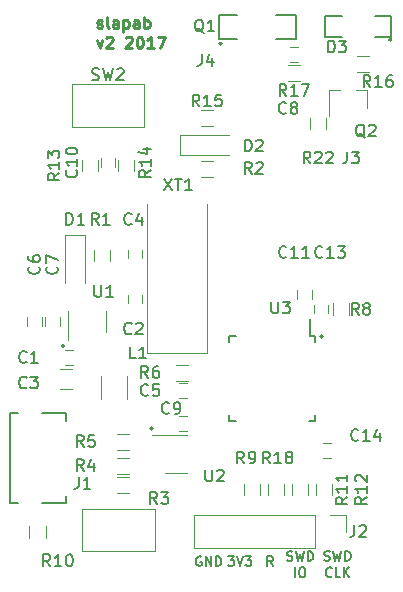
<source format=gto>
G04 #@! TF.FileFunction,Legend,Top*
%FSLAX45Y45*%
G04 Gerber Fmt 4.5, Leading zero omitted, Abs format (unit mm)*
G04 Created by KiCad (PCBNEW 4.0.6) date Sun Nov 12 15:14:38 2017*
%MOMM*%
%LPD*%
G01*
G04 APERTURE LIST*
%ADD10C,0.050000*%
%ADD11C,0.200000*%
%ADD12C,0.152400*%
%ADD13C,0.241300*%
%ADD14C,0.228600*%
%ADD15C,0.177800*%
%ADD16C,0.120000*%
%ADD17C,0.150000*%
%ADD18C,0.230000*%
G04 APERTURE END LIST*
D10*
D11*
X8623300Y-11861800D02*
G75*
G03X8623300Y-11861800I-12700J0D01*
G01*
X9372600Y-12560300D02*
G75*
G03X9372600Y-12560300I-12700J0D01*
G01*
X10814050Y-11785600D02*
G75*
G03X10814050Y-11785600I-12700J0D01*
G01*
D12*
X10008568Y-13646089D02*
X10058884Y-13646089D01*
X10031791Y-13677053D01*
X10043402Y-13677053D01*
X10051143Y-13680924D01*
X10055013Y-13684794D01*
X10058884Y-13692535D01*
X10058884Y-13711888D01*
X10055013Y-13719629D01*
X10051143Y-13723499D01*
X10043402Y-13727369D01*
X10020179Y-13727369D01*
X10012438Y-13723499D01*
X10008568Y-13719629D01*
X10082107Y-13646089D02*
X10109200Y-13727369D01*
X10136293Y-13646089D01*
X10155646Y-13646089D02*
X10205962Y-13646089D01*
X10178869Y-13677053D01*
X10190480Y-13677053D01*
X10198221Y-13680924D01*
X10202091Y-13684794D01*
X10205962Y-13692535D01*
X10205962Y-13711888D01*
X10202091Y-13719629D01*
X10198221Y-13723499D01*
X10190480Y-13727369D01*
X10167257Y-13727369D01*
X10159516Y-13723499D01*
X10155646Y-13719629D01*
X9780572Y-13649960D02*
X9772832Y-13646089D01*
X9761220Y-13646089D01*
X9749609Y-13649960D01*
X9741868Y-13657701D01*
X9737997Y-13665442D01*
X9734127Y-13680924D01*
X9734127Y-13692535D01*
X9737997Y-13708017D01*
X9741868Y-13715758D01*
X9749609Y-13723499D01*
X9761220Y-13727369D01*
X9768961Y-13727369D01*
X9780572Y-13723499D01*
X9784443Y-13719629D01*
X9784443Y-13692535D01*
X9768961Y-13692535D01*
X9819277Y-13727369D02*
X9819277Y-13646089D01*
X9865723Y-13727369D01*
X9865723Y-13646089D01*
X9904428Y-13727369D02*
X9904428Y-13646089D01*
X9923780Y-13646089D01*
X9935392Y-13649960D01*
X9943132Y-13657701D01*
X9947003Y-13665442D01*
X9950873Y-13680924D01*
X9950873Y-13692535D01*
X9947003Y-13708017D01*
X9943132Y-13715758D01*
X9935392Y-13723499D01*
X9923780Y-13727369D01*
X9904428Y-13727369D01*
X10388358Y-13727369D02*
X10361265Y-13688665D01*
X10341912Y-13727369D02*
X10341912Y-13646089D01*
X10372876Y-13646089D01*
X10380617Y-13649960D01*
X10384488Y-13653830D01*
X10388358Y-13661571D01*
X10388358Y-13673183D01*
X10384488Y-13680924D01*
X10380617Y-13684794D01*
X10372876Y-13688665D01*
X10341912Y-13688665D01*
X10824392Y-13680319D02*
X10836003Y-13684189D01*
X10855355Y-13684189D01*
X10863096Y-13680319D01*
X10866967Y-13676449D01*
X10870837Y-13668708D01*
X10870837Y-13660967D01*
X10866967Y-13653226D01*
X10863096Y-13649355D01*
X10855355Y-13645485D01*
X10839873Y-13641614D01*
X10832133Y-13637744D01*
X10828262Y-13633873D01*
X10824392Y-13626132D01*
X10824392Y-13618391D01*
X10828262Y-13610650D01*
X10832133Y-13606780D01*
X10839873Y-13602909D01*
X10859226Y-13602909D01*
X10870837Y-13606780D01*
X10897931Y-13602909D02*
X10917283Y-13684189D01*
X10932765Y-13626132D01*
X10948247Y-13684189D01*
X10967599Y-13602909D01*
X10998563Y-13684189D02*
X10998563Y-13602909D01*
X11017915Y-13602909D01*
X11029527Y-13606780D01*
X11037268Y-13614521D01*
X11041138Y-13622262D01*
X11045009Y-13637744D01*
X11045009Y-13649355D01*
X11041138Y-13664837D01*
X11037268Y-13672578D01*
X11029527Y-13680319D01*
X11017915Y-13684189D01*
X10998563Y-13684189D01*
X10886319Y-13813609D02*
X10882449Y-13817479D01*
X10870837Y-13821349D01*
X10863096Y-13821349D01*
X10851485Y-13817479D01*
X10843744Y-13809738D01*
X10839873Y-13801997D01*
X10836003Y-13786515D01*
X10836003Y-13774904D01*
X10839873Y-13759422D01*
X10843744Y-13751681D01*
X10851485Y-13743940D01*
X10863096Y-13740069D01*
X10870837Y-13740069D01*
X10882449Y-13743940D01*
X10886319Y-13747810D01*
X10959858Y-13821349D02*
X10921153Y-13821349D01*
X10921153Y-13740069D01*
X10986952Y-13821349D02*
X10986952Y-13740069D01*
X11033397Y-13821349D02*
X10998563Y-13774904D01*
X11033397Y-13740069D02*
X10986952Y-13786515D01*
X10506892Y-13680319D02*
X10518503Y-13684189D01*
X10537855Y-13684189D01*
X10545596Y-13680319D01*
X10549467Y-13676449D01*
X10553337Y-13668708D01*
X10553337Y-13660967D01*
X10549467Y-13653226D01*
X10545596Y-13649355D01*
X10537855Y-13645485D01*
X10522373Y-13641614D01*
X10514633Y-13637744D01*
X10510762Y-13633873D01*
X10506892Y-13626132D01*
X10506892Y-13618391D01*
X10510762Y-13610650D01*
X10514633Y-13606780D01*
X10522373Y-13602909D01*
X10541726Y-13602909D01*
X10553337Y-13606780D01*
X10580431Y-13602909D02*
X10599783Y-13684189D01*
X10615265Y-13626132D01*
X10630747Y-13684189D01*
X10650099Y-13602909D01*
X10681063Y-13684189D02*
X10681063Y-13602909D01*
X10700415Y-13602909D01*
X10712027Y-13606780D01*
X10719768Y-13614521D01*
X10723638Y-13622262D01*
X10727509Y-13637744D01*
X10727509Y-13649355D01*
X10723638Y-13664837D01*
X10719768Y-13672578D01*
X10712027Y-13680319D01*
X10700415Y-13684189D01*
X10681063Y-13684189D01*
X10574625Y-13821349D02*
X10574625Y-13740069D01*
X10628812Y-13740069D02*
X10644293Y-13740069D01*
X10652034Y-13743940D01*
X10659775Y-13751681D01*
X10663646Y-13767163D01*
X10663646Y-13794256D01*
X10659775Y-13809738D01*
X10652034Y-13817479D01*
X10644293Y-13821349D01*
X10628812Y-13821349D01*
X10621071Y-13817479D01*
X10613330Y-13809738D01*
X10609459Y-13794256D01*
X10609459Y-13767163D01*
X10613330Y-13751681D01*
X10621071Y-13743940D01*
X10628812Y-13740069D01*
D13*
X8902035Y-9168463D02*
X8911227Y-9173059D01*
X8929612Y-9173059D01*
X8938804Y-9168463D01*
X8943401Y-9159270D01*
X8943401Y-9154674D01*
X8938804Y-9145482D01*
X8929612Y-9140886D01*
X8915823Y-9140886D01*
X8906631Y-9136289D01*
X8902035Y-9127097D01*
X8902035Y-9122501D01*
X8906631Y-9113308D01*
X8915823Y-9108712D01*
X8929612Y-9108712D01*
X8938804Y-9113308D01*
X8998555Y-9173059D02*
X8989362Y-9168463D01*
X8984766Y-9159270D01*
X8984766Y-9076539D01*
X9076690Y-9173059D02*
X9076690Y-9122501D01*
X9072094Y-9113308D01*
X9062901Y-9108712D01*
X9044517Y-9108712D01*
X9035324Y-9113308D01*
X9076690Y-9168463D02*
X9067498Y-9173059D01*
X9044517Y-9173059D01*
X9035324Y-9168463D01*
X9030728Y-9159270D01*
X9030728Y-9150078D01*
X9035324Y-9140886D01*
X9044517Y-9136289D01*
X9067498Y-9136289D01*
X9076690Y-9131693D01*
X9122652Y-9108712D02*
X9122652Y-9205232D01*
X9122652Y-9113308D02*
X9131844Y-9108712D01*
X9150229Y-9108712D01*
X9159421Y-9113308D01*
X9164018Y-9117905D01*
X9168614Y-9127097D01*
X9168614Y-9154674D01*
X9164018Y-9163866D01*
X9159421Y-9168463D01*
X9150229Y-9173059D01*
X9131844Y-9173059D01*
X9122652Y-9168463D01*
X9251345Y-9173059D02*
X9251345Y-9122501D01*
X9246749Y-9113308D01*
X9237557Y-9108712D01*
X9219172Y-9108712D01*
X9209980Y-9113308D01*
X9251345Y-9168463D02*
X9242153Y-9173059D01*
X9219172Y-9173059D01*
X9209980Y-9168463D01*
X9205383Y-9159270D01*
X9205383Y-9150078D01*
X9209980Y-9140886D01*
X9219172Y-9136289D01*
X9242153Y-9136289D01*
X9251345Y-9131693D01*
X9297307Y-9173059D02*
X9297307Y-9076539D01*
X9297307Y-9113308D02*
X9306499Y-9108712D01*
X9324884Y-9108712D01*
X9334077Y-9113308D01*
X9338673Y-9117905D01*
X9343269Y-9127097D01*
X9343269Y-9154674D01*
X9338673Y-9163866D01*
X9334077Y-9168463D01*
X9324884Y-9173059D01*
X9306499Y-9173059D01*
X9297307Y-9168463D01*
X8897439Y-9277622D02*
X8920420Y-9341969D01*
X8943401Y-9277622D01*
X8975574Y-9254641D02*
X8980170Y-9250045D01*
X8989362Y-9245449D01*
X9012343Y-9245449D01*
X9021536Y-9250045D01*
X9026132Y-9254641D01*
X9030728Y-9263834D01*
X9030728Y-9273026D01*
X9026132Y-9286815D01*
X8970978Y-9341969D01*
X9030728Y-9341969D01*
X9141037Y-9254641D02*
X9145633Y-9250045D01*
X9154825Y-9245449D01*
X9177806Y-9245449D01*
X9186999Y-9250045D01*
X9191595Y-9254641D01*
X9196191Y-9263834D01*
X9196191Y-9273026D01*
X9191595Y-9286815D01*
X9136440Y-9341969D01*
X9196191Y-9341969D01*
X9255941Y-9245449D02*
X9265134Y-9245449D01*
X9274326Y-9250045D01*
X9278922Y-9254641D01*
X9283519Y-9263834D01*
X9288115Y-9282218D01*
X9288115Y-9305199D01*
X9283519Y-9323584D01*
X9278922Y-9332776D01*
X9274326Y-9337373D01*
X9265134Y-9341969D01*
X9255941Y-9341969D01*
X9246749Y-9337373D01*
X9242153Y-9332776D01*
X9237557Y-9323584D01*
X9232960Y-9305199D01*
X9232960Y-9282218D01*
X9237557Y-9263834D01*
X9242153Y-9254641D01*
X9246749Y-9250045D01*
X9255941Y-9245449D01*
X9380038Y-9341969D02*
X9324884Y-9341969D01*
X9352461Y-9341969D02*
X9352461Y-9245449D01*
X9343269Y-9259237D01*
X9334077Y-9268430D01*
X9324884Y-9273026D01*
X9412212Y-9245449D02*
X9476558Y-9245449D01*
X9435193Y-9341969D01*
D14*
X9950450Y-9302750D02*
G75*
G03X9950450Y-9302750I-6350J0D01*
G01*
D15*
X9931400Y-9061450D02*
X10083800Y-9061450D01*
X9931400Y-9264650D02*
X9931400Y-9061450D01*
X10083800Y-9264650D02*
X9931400Y-9264650D01*
X10585450Y-9061450D02*
X10414000Y-9061450D01*
X10585450Y-9264650D02*
X10585450Y-9061450D01*
X10541000Y-9264650D02*
X10585450Y-9264650D01*
X10553700Y-9264650D02*
X10414000Y-9264650D01*
D16*
X8696400Y-12023400D02*
X8626400Y-12023400D01*
X8626400Y-11903400D02*
X8696400Y-11903400D01*
X9160200Y-11503100D02*
X9160200Y-11433100D01*
X9280200Y-11433100D02*
X9280200Y-11503100D01*
X8686000Y-12056200D02*
X8586000Y-12056200D01*
X8586000Y-12226200D02*
X8686000Y-12226200D01*
X9280200Y-11052100D02*
X9280200Y-11122100D01*
X9160200Y-11122100D02*
X9160200Y-11052100D01*
X9591600Y-12182800D02*
X9661600Y-12182800D01*
X9661600Y-12302800D02*
X9591600Y-12302800D01*
X8581700Y-11623600D02*
X8581700Y-11693600D01*
X8461700Y-11693600D02*
X8461700Y-11623600D01*
X9661600Y-12582200D02*
X9591600Y-12582200D01*
X9591600Y-12462200D02*
X9661600Y-12462200D01*
X8931600Y-10347400D02*
X8931600Y-10277400D01*
X9051600Y-10277400D02*
X9051600Y-10347400D01*
X10735000Y-11585650D02*
X10735000Y-11515650D01*
X10855000Y-11515650D02*
X10855000Y-11585650D01*
X8872800Y-11149800D02*
X8872800Y-11049800D01*
X9008800Y-11049800D02*
X9008800Y-11149800D01*
X9779800Y-10295200D02*
X9879800Y-10295200D01*
X9879800Y-10431200D02*
X9779800Y-10431200D01*
X9068600Y-12809800D02*
X9168600Y-12809800D01*
X9168600Y-12945800D02*
X9068600Y-12945800D01*
X9068600Y-12606600D02*
X9168600Y-12606600D01*
X9168600Y-12742600D02*
X9068600Y-12742600D01*
X10278800Y-13031000D02*
X10278800Y-13131000D01*
X10142800Y-13131000D02*
X10142800Y-13031000D01*
X8462700Y-13392950D02*
X8462700Y-13492950D01*
X8326700Y-13492950D02*
X8326700Y-13392950D01*
X10685200Y-13031000D02*
X10685200Y-13131000D01*
X10549200Y-13131000D02*
X10549200Y-13031000D01*
X10888400Y-13031000D02*
X10888400Y-13131000D01*
X10752400Y-13131000D02*
X10752400Y-13031000D01*
X8771200Y-10387800D02*
X8771200Y-10287800D01*
X8907200Y-10287800D02*
X8907200Y-10387800D01*
X9212000Y-10287800D02*
X9212000Y-10387800D01*
X9076000Y-10387800D02*
X9076000Y-10287800D01*
X11200600Y-9542200D02*
X11100600Y-9542200D01*
X11100600Y-9406200D02*
X11200600Y-9406200D01*
X10616400Y-9618400D02*
X10516400Y-9618400D01*
X10516400Y-9482400D02*
X10616400Y-9482400D01*
X8774500Y-13242900D02*
X9386500Y-13242900D01*
X9386500Y-13242900D02*
X9386500Y-13604900D01*
X9386500Y-13604900D02*
X8774500Y-13604900D01*
X8774500Y-13604900D02*
X8774500Y-13242900D01*
X9477800Y-12937200D02*
X9657800Y-12937200D01*
X9657800Y-12615200D02*
X9362800Y-12615200D01*
D17*
X10744750Y-11778700D02*
X10699750Y-11778700D01*
X10744750Y-12503700D02*
X10692250Y-12503700D01*
X10019750Y-12503700D02*
X10072250Y-12503700D01*
X10019750Y-11778700D02*
X10072250Y-11778700D01*
X10744750Y-11778700D02*
X10744750Y-11831200D01*
X10019750Y-11778700D02*
X10019750Y-11831200D01*
X10019750Y-12503700D02*
X10019750Y-12451200D01*
X10744750Y-12503700D02*
X10744750Y-12451200D01*
X10699750Y-11778700D02*
X10699750Y-11641200D01*
D16*
X9320800Y-10662200D02*
X9320800Y-11922200D01*
X9320800Y-11922200D02*
X9830800Y-11922200D01*
X9830800Y-11922200D02*
X9830800Y-10662200D01*
X9779800Y-9863400D02*
X9879800Y-9863400D01*
X9879800Y-9999400D02*
X9779800Y-9999400D01*
X11034450Y-11500650D02*
X11034450Y-11600650D01*
X10898450Y-11600650D02*
X10898450Y-11500650D01*
X9149400Y-12117400D02*
X9149400Y-12317400D01*
X8935400Y-12317400D02*
X8935400Y-12117400D01*
X8974800Y-11748600D02*
X8974800Y-11568600D01*
X8652800Y-11568600D02*
X8652800Y-11813600D01*
D17*
X8445500Y-12433300D02*
X8432800Y-12433300D01*
X8636000Y-12433300D02*
X8445500Y-12433300D01*
X8636000Y-12496800D02*
X8636000Y-12433300D01*
X8636000Y-13195300D02*
X8636000Y-13131800D01*
X8432800Y-13195300D02*
X8636000Y-13195300D01*
X8166100Y-12433300D02*
X8166100Y-13195300D01*
X8229600Y-12433300D02*
X8166100Y-12433300D01*
X8166100Y-13195300D02*
X8229600Y-13195300D01*
D16*
X8685600Y-9648800D02*
X9297600Y-9648800D01*
X9297600Y-9648800D02*
X9297600Y-10010800D01*
X9297600Y-10010800D02*
X8685600Y-10010800D01*
X8685600Y-10010800D02*
X8685600Y-9648800D01*
X10744200Y-13297600D02*
X9716200Y-13297600D01*
X9716200Y-13297600D02*
X9716200Y-13575600D01*
X9716200Y-13575600D02*
X10744200Y-13575600D01*
X10744200Y-13575600D02*
X10744200Y-13297600D01*
X10871200Y-13297600D02*
X11010200Y-13297600D01*
X11010200Y-13297600D02*
X11010200Y-13436600D01*
X11181600Y-9701400D02*
X11088600Y-9701400D01*
X10865600Y-9701400D02*
X10958600Y-9701400D01*
X10865600Y-9701400D02*
X10865600Y-9917400D01*
X11181600Y-9701400D02*
X11181600Y-9847400D01*
X10701600Y-10032200D02*
X10701600Y-9932200D01*
X10837600Y-9932200D02*
X10837600Y-10032200D01*
X8429300Y-11623600D02*
X8429300Y-11693600D01*
X8309300Y-11693600D02*
X8309300Y-11623600D01*
X10601400Y-9458000D02*
X10531400Y-9458000D01*
X10531400Y-9338000D02*
X10601400Y-9338000D01*
X8797200Y-10926000D02*
X8627200Y-10926000D01*
X8627200Y-10931000D02*
X8627200Y-11336000D01*
X8797200Y-10931000D02*
X8797200Y-11336000D01*
X9605200Y-10075000D02*
X9605200Y-10245000D01*
X9610200Y-10245000D02*
X10015200Y-10245000D01*
X9610200Y-10075000D02*
X10015200Y-10075000D01*
X10810800Y-12690800D02*
X10880800Y-12690800D01*
X10880800Y-12810800D02*
X10810800Y-12810800D01*
X9570250Y-12022400D02*
X9670250Y-12022400D01*
X9670250Y-12158400D02*
X9570250Y-12158400D01*
X10482000Y-13031000D02*
X10482000Y-13131000D01*
X10346000Y-13131000D02*
X10346000Y-13031000D01*
X9168600Y-13110900D02*
X9068600Y-13110900D01*
X9068600Y-12974900D02*
X9168600Y-12974900D01*
X10595300Y-11465000D02*
X10595300Y-11395000D01*
X10715300Y-11395000D02*
X10715300Y-11465000D01*
D17*
X10833100Y-9067800D02*
X10972800Y-9067800D01*
X10833100Y-9245600D02*
X10833100Y-9067800D01*
X10972800Y-9245600D02*
X10833100Y-9245600D01*
D18*
X11385550Y-9271000D02*
G75*
G03X11385550Y-9271000I-6350J0D01*
G01*
D17*
X11391900Y-9067800D02*
X11252200Y-9067800D01*
X11391900Y-9245600D02*
X11391900Y-9067800D01*
X11391900Y-9245600D02*
X11252200Y-9245600D01*
X9801226Y-9211462D02*
X9791702Y-9206700D01*
X9782179Y-9197176D01*
X9767893Y-9182891D01*
X9758369Y-9178129D01*
X9748845Y-9178129D01*
X9753607Y-9201938D02*
X9744083Y-9197176D01*
X9734560Y-9187652D01*
X9729798Y-9168605D01*
X9729798Y-9135271D01*
X9734560Y-9116224D01*
X9744083Y-9106700D01*
X9753607Y-9101938D01*
X9772655Y-9101938D01*
X9782179Y-9106700D01*
X9791702Y-9116224D01*
X9796464Y-9135271D01*
X9796464Y-9168605D01*
X9791702Y-9187652D01*
X9782179Y-9197176D01*
X9772655Y-9201938D01*
X9753607Y-9201938D01*
X9891702Y-9201938D02*
X9834560Y-9201938D01*
X9863131Y-9201938D02*
X9863131Y-9101938D01*
X9853607Y-9116224D01*
X9844083Y-9125748D01*
X9834560Y-9130510D01*
X8301833Y-11999114D02*
X8297071Y-12003876D01*
X8282786Y-12008638D01*
X8273262Y-12008638D01*
X8258976Y-12003876D01*
X8249452Y-11994352D01*
X8244690Y-11984829D01*
X8239929Y-11965781D01*
X8239929Y-11951495D01*
X8244690Y-11932448D01*
X8249452Y-11922924D01*
X8258976Y-11913400D01*
X8273262Y-11908638D01*
X8282786Y-11908638D01*
X8297071Y-11913400D01*
X8301833Y-11918162D01*
X8397072Y-12008638D02*
X8339929Y-12008638D01*
X8368500Y-12008638D02*
X8368500Y-11908638D01*
X8358976Y-11922924D01*
X8349452Y-11932448D01*
X8339929Y-11937209D01*
X9190833Y-11757814D02*
X9186072Y-11762576D01*
X9171786Y-11767338D01*
X9162262Y-11767338D01*
X9147976Y-11762576D01*
X9138452Y-11753052D01*
X9133691Y-11743529D01*
X9128929Y-11724481D01*
X9128929Y-11710195D01*
X9133691Y-11691148D01*
X9138452Y-11681624D01*
X9147976Y-11672100D01*
X9162262Y-11667338D01*
X9171786Y-11667338D01*
X9186072Y-11672100D01*
X9190833Y-11676862D01*
X9228929Y-11676862D02*
X9233691Y-11672100D01*
X9243214Y-11667338D01*
X9267024Y-11667338D01*
X9276548Y-11672100D01*
X9281310Y-11676862D01*
X9286072Y-11686386D01*
X9286072Y-11695909D01*
X9281310Y-11710195D01*
X9224167Y-11767338D01*
X9286072Y-11767338D01*
X8301833Y-12215014D02*
X8297071Y-12219776D01*
X8282786Y-12224538D01*
X8273262Y-12224538D01*
X8258976Y-12219776D01*
X8249452Y-12210252D01*
X8244690Y-12200729D01*
X8239929Y-12181681D01*
X8239929Y-12167395D01*
X8244690Y-12148348D01*
X8249452Y-12138824D01*
X8258976Y-12129300D01*
X8273262Y-12124538D01*
X8282786Y-12124538D01*
X8297071Y-12129300D01*
X8301833Y-12134062D01*
X8335167Y-12124538D02*
X8397072Y-12124538D01*
X8363738Y-12162633D01*
X8378024Y-12162633D01*
X8387548Y-12167395D01*
X8392310Y-12172157D01*
X8397072Y-12181681D01*
X8397072Y-12205490D01*
X8392310Y-12215014D01*
X8387548Y-12219776D01*
X8378024Y-12224538D01*
X8349452Y-12224538D01*
X8339929Y-12219776D01*
X8335167Y-12215014D01*
X9190833Y-10830714D02*
X9186072Y-10835476D01*
X9171786Y-10840238D01*
X9162262Y-10840238D01*
X9147976Y-10835476D01*
X9138452Y-10825952D01*
X9133691Y-10816429D01*
X9128929Y-10797381D01*
X9128929Y-10783095D01*
X9133691Y-10764048D01*
X9138452Y-10754524D01*
X9147976Y-10745000D01*
X9162262Y-10740238D01*
X9171786Y-10740238D01*
X9186072Y-10745000D01*
X9190833Y-10749762D01*
X9276548Y-10773571D02*
X9276548Y-10840238D01*
X9252738Y-10735476D02*
X9228929Y-10806905D01*
X9290833Y-10806905D01*
X9330533Y-12278514D02*
X9325772Y-12283276D01*
X9311486Y-12288038D01*
X9301962Y-12288038D01*
X9287676Y-12283276D01*
X9278152Y-12273752D01*
X9273391Y-12264229D01*
X9268629Y-12245181D01*
X9268629Y-12230895D01*
X9273391Y-12211848D01*
X9278152Y-12202324D01*
X9287676Y-12192800D01*
X9301962Y-12188038D01*
X9311486Y-12188038D01*
X9325772Y-12192800D01*
X9330533Y-12197562D01*
X9421010Y-12188038D02*
X9373391Y-12188038D01*
X9368629Y-12235657D01*
X9373391Y-12230895D01*
X9382914Y-12226133D01*
X9406724Y-12226133D01*
X9416248Y-12230895D01*
X9421010Y-12235657D01*
X9425772Y-12245181D01*
X9425772Y-12268990D01*
X9421010Y-12278514D01*
X9416248Y-12283276D01*
X9406724Y-12288038D01*
X9382914Y-12288038D01*
X9373391Y-12283276D01*
X9368629Y-12278514D01*
X8557414Y-11192667D02*
X8562176Y-11197428D01*
X8566938Y-11211714D01*
X8566938Y-11221238D01*
X8562176Y-11235524D01*
X8552652Y-11245048D01*
X8543129Y-11249809D01*
X8524081Y-11254571D01*
X8509795Y-11254571D01*
X8490748Y-11249809D01*
X8481224Y-11245048D01*
X8471700Y-11235524D01*
X8466938Y-11221238D01*
X8466938Y-11211714D01*
X8471700Y-11197428D01*
X8476462Y-11192667D01*
X8466938Y-11159333D02*
X8466938Y-11092667D01*
X8566938Y-11135524D01*
X9508333Y-12430914D02*
X9503572Y-12435676D01*
X9489286Y-12440438D01*
X9479762Y-12440438D01*
X9465476Y-12435676D01*
X9455952Y-12426152D01*
X9451191Y-12416629D01*
X9446429Y-12397581D01*
X9446429Y-12383295D01*
X9451191Y-12364248D01*
X9455952Y-12354724D01*
X9465476Y-12345200D01*
X9479762Y-12340438D01*
X9489286Y-12340438D01*
X9503572Y-12345200D01*
X9508333Y-12349962D01*
X9555952Y-12440438D02*
X9575000Y-12440438D01*
X9584524Y-12435676D01*
X9589286Y-12430914D01*
X9598810Y-12416629D01*
X9603572Y-12397581D01*
X9603572Y-12359486D01*
X9598810Y-12349962D01*
X9594048Y-12345200D01*
X9584524Y-12340438D01*
X9565476Y-12340438D01*
X9555952Y-12345200D01*
X9551191Y-12349962D01*
X9546429Y-12359486D01*
X9546429Y-12383295D01*
X9551191Y-12392819D01*
X9555952Y-12397581D01*
X9565476Y-12402343D01*
X9584524Y-12402343D01*
X9594048Y-12397581D01*
X9598810Y-12392819D01*
X9603572Y-12383295D01*
X8722514Y-10376686D02*
X8727276Y-10381448D01*
X8732038Y-10395733D01*
X8732038Y-10405257D01*
X8727276Y-10419543D01*
X8717752Y-10429067D01*
X8708229Y-10433829D01*
X8689181Y-10438591D01*
X8674895Y-10438591D01*
X8655848Y-10433829D01*
X8646324Y-10429067D01*
X8636800Y-10419543D01*
X8632038Y-10405257D01*
X8632038Y-10395733D01*
X8636800Y-10381448D01*
X8641562Y-10376686D01*
X8732038Y-10281448D02*
X8732038Y-10338591D01*
X8732038Y-10310019D02*
X8632038Y-10310019D01*
X8646324Y-10319543D01*
X8655848Y-10329067D01*
X8660610Y-10338591D01*
X8632038Y-10219543D02*
X8632038Y-10210019D01*
X8636800Y-10200495D01*
X8641562Y-10195733D01*
X8651086Y-10190971D01*
X8670133Y-10186210D01*
X8693943Y-10186210D01*
X8712991Y-10190971D01*
X8722514Y-10195733D01*
X8727276Y-10200495D01*
X8732038Y-10210019D01*
X8732038Y-10219543D01*
X8727276Y-10229067D01*
X8722514Y-10233829D01*
X8712991Y-10238591D01*
X8693943Y-10243352D01*
X8670133Y-10243352D01*
X8651086Y-10238591D01*
X8641562Y-10233829D01*
X8636800Y-10229067D01*
X8632038Y-10219543D01*
X10806914Y-11110114D02*
X10802152Y-11114876D01*
X10787867Y-11119638D01*
X10778343Y-11119638D01*
X10764057Y-11114876D01*
X10754533Y-11105352D01*
X10749771Y-11095829D01*
X10745010Y-11076781D01*
X10745010Y-11062495D01*
X10749771Y-11043448D01*
X10754533Y-11033924D01*
X10764057Y-11024400D01*
X10778343Y-11019638D01*
X10787867Y-11019638D01*
X10802152Y-11024400D01*
X10806914Y-11029162D01*
X10902152Y-11119638D02*
X10845010Y-11119638D01*
X10873581Y-11119638D02*
X10873581Y-11019638D01*
X10864057Y-11033924D01*
X10854533Y-11043448D01*
X10845010Y-11048210D01*
X10935486Y-11019638D02*
X10997391Y-11019638D01*
X10964057Y-11057733D01*
X10978343Y-11057733D01*
X10987867Y-11062495D01*
X10992629Y-11067257D01*
X10997391Y-11076781D01*
X10997391Y-11100591D01*
X10992629Y-11110114D01*
X10987867Y-11114876D01*
X10978343Y-11119638D01*
X10949771Y-11119638D01*
X10940248Y-11114876D01*
X10935486Y-11110114D01*
X8911433Y-10840238D02*
X8878100Y-10792619D01*
X8854291Y-10840238D02*
X8854291Y-10740238D01*
X8892386Y-10740238D01*
X8901910Y-10745000D01*
X8906672Y-10749762D01*
X8911433Y-10759286D01*
X8911433Y-10773571D01*
X8906672Y-10783095D01*
X8901910Y-10787857D01*
X8892386Y-10792619D01*
X8854291Y-10792619D01*
X9006672Y-10840238D02*
X8949529Y-10840238D01*
X8978100Y-10840238D02*
X8978100Y-10740238D01*
X8968576Y-10754524D01*
X8959052Y-10764048D01*
X8949529Y-10768810D01*
X10206833Y-10408438D02*
X10173500Y-10360819D01*
X10149691Y-10408438D02*
X10149691Y-10308438D01*
X10187786Y-10308438D01*
X10197310Y-10313200D01*
X10202072Y-10317962D01*
X10206833Y-10327486D01*
X10206833Y-10341771D01*
X10202072Y-10351295D01*
X10197310Y-10356057D01*
X10187786Y-10360819D01*
X10149691Y-10360819D01*
X10244929Y-10317962D02*
X10249691Y-10313200D01*
X10259214Y-10308438D01*
X10283024Y-10308438D01*
X10292548Y-10313200D01*
X10297310Y-10317962D01*
X10302072Y-10327486D01*
X10302072Y-10337010D01*
X10297310Y-10351295D01*
X10240167Y-10408438D01*
X10302072Y-10408438D01*
X8784433Y-12923038D02*
X8751100Y-12875419D01*
X8727291Y-12923038D02*
X8727291Y-12823038D01*
X8765386Y-12823038D01*
X8774910Y-12827800D01*
X8779672Y-12832562D01*
X8784433Y-12842086D01*
X8784433Y-12856371D01*
X8779672Y-12865895D01*
X8774910Y-12870657D01*
X8765386Y-12875419D01*
X8727291Y-12875419D01*
X8870148Y-12856371D02*
X8870148Y-12923038D01*
X8846338Y-12818276D02*
X8822529Y-12889705D01*
X8884433Y-12889705D01*
X8784433Y-12719838D02*
X8751100Y-12672219D01*
X8727291Y-12719838D02*
X8727291Y-12619838D01*
X8765386Y-12619838D01*
X8774910Y-12624600D01*
X8779672Y-12629362D01*
X8784433Y-12638886D01*
X8784433Y-12653171D01*
X8779672Y-12662695D01*
X8774910Y-12667457D01*
X8765386Y-12672219D01*
X8727291Y-12672219D01*
X8874910Y-12619838D02*
X8827291Y-12619838D01*
X8822529Y-12667457D01*
X8827291Y-12662695D01*
X8836814Y-12657933D01*
X8860624Y-12657933D01*
X8870148Y-12662695D01*
X8874910Y-12667457D01*
X8879672Y-12676981D01*
X8879672Y-12700790D01*
X8874910Y-12710314D01*
X8870148Y-12715076D01*
X8860624Y-12719838D01*
X8836814Y-12719838D01*
X8827291Y-12715076D01*
X8822529Y-12710314D01*
X10143333Y-12859538D02*
X10110000Y-12811919D01*
X10086191Y-12859538D02*
X10086191Y-12759538D01*
X10124286Y-12759538D01*
X10133810Y-12764300D01*
X10138572Y-12769062D01*
X10143333Y-12778586D01*
X10143333Y-12792871D01*
X10138572Y-12802395D01*
X10133810Y-12807157D01*
X10124286Y-12811919D01*
X10086191Y-12811919D01*
X10190952Y-12859538D02*
X10210000Y-12859538D01*
X10219524Y-12854776D01*
X10224286Y-12850014D01*
X10233810Y-12835729D01*
X10238572Y-12816681D01*
X10238572Y-12778586D01*
X10233810Y-12769062D01*
X10229048Y-12764300D01*
X10219524Y-12759538D01*
X10200476Y-12759538D01*
X10190952Y-12764300D01*
X10186191Y-12769062D01*
X10181429Y-12778586D01*
X10181429Y-12802395D01*
X10186191Y-12811919D01*
X10190952Y-12816681D01*
X10200476Y-12821443D01*
X10219524Y-12821443D01*
X10229048Y-12816681D01*
X10233810Y-12811919D01*
X10238572Y-12802395D01*
X8501864Y-13729488D02*
X8468531Y-13681869D01*
X8444721Y-13729488D02*
X8444721Y-13629488D01*
X8482817Y-13629488D01*
X8492341Y-13634250D01*
X8497102Y-13639012D01*
X8501864Y-13648536D01*
X8501864Y-13662821D01*
X8497102Y-13672345D01*
X8492341Y-13677107D01*
X8482817Y-13681869D01*
X8444721Y-13681869D01*
X8597102Y-13729488D02*
X8539960Y-13729488D01*
X8568531Y-13729488D02*
X8568531Y-13629488D01*
X8559007Y-13643774D01*
X8549483Y-13653298D01*
X8539960Y-13658059D01*
X8659007Y-13629488D02*
X8668531Y-13629488D01*
X8678055Y-13634250D01*
X8682817Y-13639012D01*
X8687579Y-13648536D01*
X8692341Y-13667583D01*
X8692341Y-13691393D01*
X8687579Y-13710440D01*
X8682817Y-13719964D01*
X8678055Y-13724726D01*
X8668531Y-13729488D01*
X8659007Y-13729488D01*
X8649483Y-13724726D01*
X8644721Y-13719964D01*
X8639960Y-13710440D01*
X8635198Y-13691393D01*
X8635198Y-13667583D01*
X8639960Y-13648536D01*
X8644721Y-13639012D01*
X8649483Y-13634250D01*
X8659007Y-13629488D01*
X11018038Y-13145286D02*
X10970419Y-13178619D01*
X11018038Y-13202429D02*
X10918038Y-13202429D01*
X10918038Y-13164333D01*
X10922800Y-13154809D01*
X10927562Y-13150048D01*
X10937086Y-13145286D01*
X10951371Y-13145286D01*
X10960895Y-13150048D01*
X10965657Y-13154809D01*
X10970419Y-13164333D01*
X10970419Y-13202429D01*
X11018038Y-13050048D02*
X11018038Y-13107190D01*
X11018038Y-13078619D02*
X10918038Y-13078619D01*
X10932324Y-13088143D01*
X10941848Y-13097667D01*
X10946610Y-13107190D01*
X11018038Y-12954809D02*
X11018038Y-13011952D01*
X11018038Y-12983381D02*
X10918038Y-12983381D01*
X10932324Y-12992905D01*
X10941848Y-13002429D01*
X10946610Y-13011952D01*
X11183138Y-13145286D02*
X11135519Y-13178619D01*
X11183138Y-13202429D02*
X11083138Y-13202429D01*
X11083138Y-13164333D01*
X11087900Y-13154809D01*
X11092662Y-13150048D01*
X11102186Y-13145286D01*
X11116471Y-13145286D01*
X11125995Y-13150048D01*
X11130757Y-13154809D01*
X11135519Y-13164333D01*
X11135519Y-13202429D01*
X11183138Y-13050048D02*
X11183138Y-13107190D01*
X11183138Y-13078619D02*
X11083138Y-13078619D01*
X11097424Y-13088143D01*
X11106948Y-13097667D01*
X11111710Y-13107190D01*
X11092662Y-13011952D02*
X11087900Y-13007190D01*
X11083138Y-12997667D01*
X11083138Y-12973857D01*
X11087900Y-12964333D01*
X11092662Y-12959571D01*
X11102186Y-12954809D01*
X11111710Y-12954809D01*
X11125995Y-12959571D01*
X11183138Y-13016714D01*
X11183138Y-12954809D01*
X8579638Y-10402086D02*
X8532019Y-10435419D01*
X8579638Y-10459229D02*
X8479638Y-10459229D01*
X8479638Y-10421133D01*
X8484400Y-10411610D01*
X8489162Y-10406848D01*
X8498686Y-10402086D01*
X8512971Y-10402086D01*
X8522495Y-10406848D01*
X8527257Y-10411610D01*
X8532019Y-10421133D01*
X8532019Y-10459229D01*
X8579638Y-10306848D02*
X8579638Y-10363991D01*
X8579638Y-10335419D02*
X8479638Y-10335419D01*
X8493924Y-10344943D01*
X8503448Y-10354467D01*
X8508210Y-10363991D01*
X8479638Y-10273514D02*
X8479638Y-10211610D01*
X8517733Y-10244943D01*
X8517733Y-10230657D01*
X8522495Y-10221133D01*
X8527257Y-10216371D01*
X8536781Y-10211610D01*
X8560591Y-10211610D01*
X8570114Y-10216371D01*
X8574876Y-10221133D01*
X8579638Y-10230657D01*
X8579638Y-10259229D01*
X8574876Y-10268752D01*
X8570114Y-10273514D01*
X9354338Y-10376686D02*
X9306719Y-10410019D01*
X9354338Y-10433829D02*
X9254338Y-10433829D01*
X9254338Y-10395733D01*
X9259100Y-10386210D01*
X9263862Y-10381448D01*
X9273386Y-10376686D01*
X9287671Y-10376686D01*
X9297195Y-10381448D01*
X9301957Y-10386210D01*
X9306719Y-10395733D01*
X9306719Y-10433829D01*
X9354338Y-10281448D02*
X9354338Y-10338591D01*
X9354338Y-10310019D02*
X9254338Y-10310019D01*
X9268624Y-10319543D01*
X9278148Y-10329067D01*
X9282910Y-10338591D01*
X9287671Y-10195733D02*
X9354338Y-10195733D01*
X9249576Y-10219543D02*
X9321005Y-10243352D01*
X9321005Y-10181448D01*
X11213314Y-9671838D02*
X11179981Y-9624219D01*
X11156171Y-9671838D02*
X11156171Y-9571838D01*
X11194267Y-9571838D01*
X11203790Y-9576600D01*
X11208552Y-9581362D01*
X11213314Y-9590886D01*
X11213314Y-9605171D01*
X11208552Y-9614695D01*
X11203790Y-9619457D01*
X11194267Y-9624219D01*
X11156171Y-9624219D01*
X11308552Y-9671838D02*
X11251409Y-9671838D01*
X11279981Y-9671838D02*
X11279981Y-9571838D01*
X11270457Y-9586124D01*
X11260933Y-9595648D01*
X11251409Y-9600410D01*
X11394267Y-9571838D02*
X11375219Y-9571838D01*
X11365695Y-9576600D01*
X11360933Y-9581362D01*
X11351409Y-9595648D01*
X11346648Y-9614695D01*
X11346648Y-9652791D01*
X11351409Y-9662314D01*
X11356171Y-9667076D01*
X11365695Y-9671838D01*
X11384743Y-9671838D01*
X11394267Y-9667076D01*
X11399029Y-9662314D01*
X11403790Y-9652791D01*
X11403790Y-9628981D01*
X11399029Y-9619457D01*
X11394267Y-9614695D01*
X11384743Y-9609933D01*
X11365695Y-9609933D01*
X11356171Y-9614695D01*
X11351409Y-9619457D01*
X11346648Y-9628981D01*
X10502114Y-9748038D02*
X10468781Y-9700419D01*
X10444971Y-9748038D02*
X10444971Y-9648038D01*
X10483067Y-9648038D01*
X10492591Y-9652800D01*
X10497352Y-9657562D01*
X10502114Y-9667086D01*
X10502114Y-9681371D01*
X10497352Y-9690895D01*
X10492591Y-9695657D01*
X10483067Y-9700419D01*
X10444971Y-9700419D01*
X10597352Y-9748038D02*
X10540210Y-9748038D01*
X10568781Y-9748038D02*
X10568781Y-9648038D01*
X10559257Y-9662324D01*
X10549733Y-9671848D01*
X10540210Y-9676610D01*
X10630686Y-9648038D02*
X10697352Y-9648038D01*
X10654495Y-9748038D01*
X9817110Y-12911938D02*
X9817110Y-12992890D01*
X9821871Y-13002414D01*
X9826633Y-13007176D01*
X9836157Y-13011938D01*
X9855205Y-13011938D01*
X9864729Y-13007176D01*
X9869491Y-13002414D01*
X9874252Y-12992890D01*
X9874252Y-12911938D01*
X9917110Y-12921462D02*
X9921871Y-12916700D01*
X9931395Y-12911938D01*
X9955205Y-12911938D01*
X9964729Y-12916700D01*
X9969491Y-12921462D01*
X9974252Y-12930986D01*
X9974252Y-12940509D01*
X9969491Y-12954795D01*
X9912348Y-13011938D01*
X9974252Y-13011938D01*
X10375910Y-11489538D02*
X10375910Y-11570490D01*
X10380671Y-11580014D01*
X10385433Y-11584776D01*
X10394957Y-11589538D01*
X10414005Y-11589538D01*
X10423529Y-11584776D01*
X10428291Y-11580014D01*
X10433052Y-11570490D01*
X10433052Y-11489538D01*
X10471148Y-11489538D02*
X10533052Y-11489538D01*
X10499719Y-11527633D01*
X10514005Y-11527633D01*
X10523529Y-11532395D01*
X10528291Y-11537157D01*
X10533052Y-11546681D01*
X10533052Y-11570490D01*
X10528291Y-11580014D01*
X10523529Y-11584776D01*
X10514005Y-11589538D01*
X10485433Y-11589538D01*
X10475910Y-11584776D01*
X10471148Y-11580014D01*
X9469452Y-10448138D02*
X9536119Y-10548138D01*
X9536119Y-10448138D02*
X9469452Y-10548138D01*
X9559929Y-10448138D02*
X9617072Y-10448138D01*
X9588500Y-10548138D02*
X9588500Y-10448138D01*
X9702786Y-10548138D02*
X9645643Y-10548138D01*
X9674214Y-10548138D02*
X9674214Y-10448138D01*
X9664691Y-10462424D01*
X9655167Y-10471948D01*
X9645643Y-10476710D01*
X9765514Y-9836938D02*
X9732181Y-9789319D01*
X9708371Y-9836938D02*
X9708371Y-9736938D01*
X9746467Y-9736938D01*
X9755991Y-9741700D01*
X9760752Y-9746462D01*
X9765514Y-9755986D01*
X9765514Y-9770271D01*
X9760752Y-9779795D01*
X9755991Y-9784557D01*
X9746467Y-9789319D01*
X9708371Y-9789319D01*
X9860752Y-9836938D02*
X9803610Y-9836938D01*
X9832181Y-9836938D02*
X9832181Y-9736938D01*
X9822657Y-9751224D01*
X9813133Y-9760748D01*
X9803610Y-9765510D01*
X9951229Y-9736938D02*
X9903610Y-9736938D01*
X9898848Y-9784557D01*
X9903610Y-9779795D01*
X9913133Y-9775033D01*
X9936943Y-9775033D01*
X9946467Y-9779795D01*
X9951229Y-9784557D01*
X9955991Y-9794081D01*
X9955991Y-9817891D01*
X9951229Y-9827414D01*
X9946467Y-9832176D01*
X9936943Y-9836938D01*
X9913133Y-9836938D01*
X9903610Y-9832176D01*
X9898848Y-9827414D01*
X11114883Y-11602238D02*
X11081550Y-11554619D01*
X11057741Y-11602238D02*
X11057741Y-11502238D01*
X11095836Y-11502238D01*
X11105360Y-11507000D01*
X11110122Y-11511762D01*
X11114883Y-11521286D01*
X11114883Y-11535571D01*
X11110122Y-11545095D01*
X11105360Y-11549857D01*
X11095836Y-11554619D01*
X11057741Y-11554619D01*
X11172026Y-11545095D02*
X11162502Y-11540333D01*
X11157741Y-11535571D01*
X11152979Y-11526048D01*
X11152979Y-11521286D01*
X11157741Y-11511762D01*
X11162502Y-11507000D01*
X11172026Y-11502238D01*
X11191074Y-11502238D01*
X11200598Y-11507000D01*
X11205360Y-11511762D01*
X11210121Y-11521286D01*
X11210121Y-11526048D01*
X11205360Y-11535571D01*
X11200598Y-11540333D01*
X11191074Y-11545095D01*
X11172026Y-11545095D01*
X11162502Y-11549857D01*
X11157741Y-11554619D01*
X11152979Y-11564143D01*
X11152979Y-11583190D01*
X11157741Y-11592714D01*
X11162502Y-11597476D01*
X11172026Y-11602238D01*
X11191074Y-11602238D01*
X11200598Y-11597476D01*
X11205360Y-11592714D01*
X11210121Y-11583190D01*
X11210121Y-11564143D01*
X11205360Y-11554619D01*
X11200598Y-11549857D01*
X11191074Y-11545095D01*
X9228933Y-11970538D02*
X9181314Y-11970538D01*
X9181314Y-11870538D01*
X9314648Y-11970538D02*
X9257505Y-11970538D01*
X9286076Y-11970538D02*
X9286076Y-11870538D01*
X9276552Y-11884824D01*
X9267029Y-11894348D01*
X9257505Y-11899109D01*
X8877310Y-11349838D02*
X8877310Y-11430790D01*
X8882071Y-11440314D01*
X8886833Y-11445076D01*
X8896357Y-11449838D01*
X8915405Y-11449838D01*
X8924929Y-11445076D01*
X8929691Y-11440314D01*
X8934452Y-11430790D01*
X8934452Y-11349838D01*
X9034452Y-11449838D02*
X8977310Y-11449838D01*
X9005881Y-11449838D02*
X9005881Y-11349838D01*
X8996357Y-11364124D01*
X8986833Y-11373648D01*
X8977310Y-11378409D01*
X8742367Y-12975438D02*
X8742367Y-13046867D01*
X8737605Y-13061152D01*
X8728081Y-13070676D01*
X8713795Y-13075438D01*
X8704271Y-13075438D01*
X8842367Y-13075438D02*
X8785224Y-13075438D01*
X8813795Y-13075438D02*
X8813795Y-12975438D01*
X8804271Y-12989724D01*
X8794748Y-12999248D01*
X8785224Y-13004009D01*
X8858267Y-9610276D02*
X8872552Y-9615038D01*
X8896362Y-9615038D01*
X8905886Y-9610276D01*
X8910648Y-9605514D01*
X8915410Y-9595991D01*
X8915410Y-9586467D01*
X8910648Y-9576943D01*
X8905886Y-9572181D01*
X8896362Y-9567419D01*
X8877314Y-9562657D01*
X8867791Y-9557895D01*
X8863029Y-9553133D01*
X8858267Y-9543610D01*
X8858267Y-9534086D01*
X8863029Y-9524562D01*
X8867791Y-9519800D01*
X8877314Y-9515038D01*
X8901124Y-9515038D01*
X8915410Y-9519800D01*
X8948743Y-9515038D02*
X8972552Y-9615038D01*
X8991600Y-9543610D01*
X9010648Y-9615038D01*
X9034457Y-9515038D01*
X9067791Y-9524562D02*
X9072552Y-9519800D01*
X9082076Y-9515038D01*
X9105886Y-9515038D01*
X9115410Y-9519800D01*
X9120172Y-9524562D01*
X9124933Y-9534086D01*
X9124933Y-9543610D01*
X9120172Y-9557895D01*
X9063029Y-9615038D01*
X9124933Y-9615038D01*
X11076867Y-13381838D02*
X11076867Y-13453267D01*
X11072105Y-13467552D01*
X11062581Y-13477076D01*
X11048295Y-13481838D01*
X11038771Y-13481838D01*
X11119724Y-13391362D02*
X11124486Y-13386600D01*
X11134010Y-13381838D01*
X11157819Y-13381838D01*
X11167343Y-13386600D01*
X11172105Y-13391362D01*
X11176867Y-13400886D01*
X11176867Y-13410409D01*
X11172105Y-13424695D01*
X11114962Y-13481838D01*
X11176867Y-13481838D01*
X11166476Y-10100462D02*
X11156952Y-10095700D01*
X11147429Y-10086176D01*
X11133143Y-10071891D01*
X11123619Y-10067129D01*
X11114095Y-10067129D01*
X11118857Y-10090938D02*
X11109333Y-10086176D01*
X11099810Y-10076652D01*
X11095048Y-10057605D01*
X11095048Y-10024271D01*
X11099810Y-10005224D01*
X11109333Y-9995700D01*
X11118857Y-9990938D01*
X11137905Y-9990938D01*
X11147429Y-9995700D01*
X11156952Y-10005224D01*
X11161714Y-10024271D01*
X11161714Y-10057605D01*
X11156952Y-10076652D01*
X11147429Y-10086176D01*
X11137905Y-10090938D01*
X11118857Y-10090938D01*
X11199809Y-10000462D02*
X11204571Y-9995700D01*
X11214095Y-9990938D01*
X11237905Y-9990938D01*
X11247429Y-9995700D01*
X11252190Y-10000462D01*
X11256952Y-10009986D01*
X11256952Y-10019510D01*
X11252190Y-10033795D01*
X11195048Y-10090938D01*
X11256952Y-10090938D01*
X10705314Y-10319538D02*
X10671981Y-10271919D01*
X10648171Y-10319538D02*
X10648171Y-10219538D01*
X10686267Y-10219538D01*
X10695791Y-10224300D01*
X10700552Y-10229062D01*
X10705314Y-10238586D01*
X10705314Y-10252871D01*
X10700552Y-10262395D01*
X10695791Y-10267157D01*
X10686267Y-10271919D01*
X10648171Y-10271919D01*
X10743410Y-10229062D02*
X10748171Y-10224300D01*
X10757695Y-10219538D01*
X10781505Y-10219538D01*
X10791029Y-10224300D01*
X10795791Y-10229062D01*
X10800552Y-10238586D01*
X10800552Y-10248110D01*
X10795791Y-10262395D01*
X10738648Y-10319538D01*
X10800552Y-10319538D01*
X10838648Y-10229062D02*
X10843410Y-10224300D01*
X10852933Y-10219538D01*
X10876743Y-10219538D01*
X10886267Y-10224300D01*
X10891029Y-10229062D01*
X10895791Y-10238586D01*
X10895791Y-10248110D01*
X10891029Y-10262395D01*
X10833886Y-10319538D01*
X10895791Y-10319538D01*
X8405014Y-11192667D02*
X8409776Y-11197428D01*
X8414538Y-11211714D01*
X8414538Y-11221238D01*
X8409776Y-11235524D01*
X8400252Y-11245048D01*
X8390729Y-11249809D01*
X8371681Y-11254571D01*
X8357395Y-11254571D01*
X8338348Y-11249809D01*
X8328824Y-11245048D01*
X8319300Y-11235524D01*
X8314538Y-11221238D01*
X8314538Y-11211714D01*
X8319300Y-11197428D01*
X8324062Y-11192667D01*
X8314538Y-11106952D02*
X8314538Y-11126000D01*
X8319300Y-11135524D01*
X8324062Y-11140286D01*
X8338348Y-11149810D01*
X8357395Y-11154571D01*
X8395491Y-11154571D01*
X8405014Y-11149810D01*
X8409776Y-11145048D01*
X8414538Y-11135524D01*
X8414538Y-11116476D01*
X8409776Y-11106952D01*
X8405014Y-11102190D01*
X8395491Y-11097429D01*
X8371681Y-11097429D01*
X8362157Y-11102190D01*
X8357395Y-11106952D01*
X8352633Y-11116476D01*
X8352633Y-11135524D01*
X8357395Y-11145048D01*
X8362157Y-11149810D01*
X8371681Y-11154571D01*
X10498933Y-9890914D02*
X10494172Y-9895676D01*
X10479886Y-9900438D01*
X10470362Y-9900438D01*
X10456076Y-9895676D01*
X10446552Y-9886152D01*
X10441791Y-9876629D01*
X10437029Y-9857581D01*
X10437029Y-9843295D01*
X10441791Y-9824248D01*
X10446552Y-9814724D01*
X10456076Y-9805200D01*
X10470362Y-9800438D01*
X10479886Y-9800438D01*
X10494172Y-9805200D01*
X10498933Y-9809962D01*
X10556076Y-9843295D02*
X10546552Y-9838533D01*
X10541791Y-9833771D01*
X10537029Y-9824248D01*
X10537029Y-9819486D01*
X10541791Y-9809962D01*
X10546552Y-9805200D01*
X10556076Y-9800438D01*
X10575124Y-9800438D01*
X10584648Y-9805200D01*
X10589410Y-9809962D01*
X10594172Y-9819486D01*
X10594172Y-9824248D01*
X10589410Y-9833771D01*
X10584648Y-9838533D01*
X10575124Y-9843295D01*
X10556076Y-9843295D01*
X10546552Y-9848057D01*
X10541791Y-9852819D01*
X10537029Y-9862343D01*
X10537029Y-9881391D01*
X10541791Y-9890914D01*
X10546552Y-9895676D01*
X10556076Y-9900438D01*
X10575124Y-9900438D01*
X10584648Y-9895676D01*
X10589410Y-9890914D01*
X10594172Y-9881391D01*
X10594172Y-9862343D01*
X10589410Y-9852819D01*
X10584648Y-9848057D01*
X10575124Y-9843295D01*
X8638391Y-10840238D02*
X8638391Y-10740238D01*
X8662200Y-10740238D01*
X8676486Y-10745000D01*
X8686010Y-10754524D01*
X8690772Y-10764048D01*
X8695533Y-10783095D01*
X8695533Y-10797381D01*
X8690772Y-10816429D01*
X8686010Y-10825952D01*
X8676486Y-10835476D01*
X8662200Y-10840238D01*
X8638391Y-10840238D01*
X8790772Y-10840238D02*
X8733629Y-10840238D01*
X8762200Y-10840238D02*
X8762200Y-10740238D01*
X8752676Y-10754524D01*
X8743152Y-10764048D01*
X8733629Y-10768810D01*
X10149691Y-10217938D02*
X10149691Y-10117938D01*
X10173500Y-10117938D01*
X10187786Y-10122700D01*
X10197310Y-10132224D01*
X10202072Y-10141748D01*
X10206833Y-10160795D01*
X10206833Y-10175081D01*
X10202072Y-10194129D01*
X10197310Y-10203652D01*
X10187786Y-10213176D01*
X10173500Y-10217938D01*
X10149691Y-10217938D01*
X10244929Y-10127462D02*
X10249691Y-10122700D01*
X10259214Y-10117938D01*
X10283024Y-10117938D01*
X10292548Y-10122700D01*
X10297310Y-10127462D01*
X10302072Y-10136986D01*
X10302072Y-10146510D01*
X10297310Y-10160795D01*
X10240167Y-10217938D01*
X10302072Y-10217938D01*
X11015667Y-10219538D02*
X11015667Y-10290967D01*
X11010905Y-10305252D01*
X11001381Y-10314776D01*
X10987095Y-10319538D01*
X10977571Y-10319538D01*
X11053762Y-10219538D02*
X11115667Y-10219538D01*
X11082333Y-10257633D01*
X11096619Y-10257633D01*
X11106143Y-10262395D01*
X11110905Y-10267157D01*
X11115667Y-10276681D01*
X11115667Y-10300491D01*
X11110905Y-10310014D01*
X11106143Y-10314776D01*
X11096619Y-10319538D01*
X11068048Y-10319538D01*
X11058524Y-10314776D01*
X11053762Y-10310014D01*
X9783767Y-9394038D02*
X9783767Y-9465467D01*
X9779005Y-9479752D01*
X9769481Y-9489276D01*
X9755195Y-9494038D01*
X9745671Y-9494038D01*
X9874243Y-9427371D02*
X9874243Y-9494038D01*
X9850433Y-9389276D02*
X9826624Y-9460705D01*
X9888529Y-9460705D01*
X11111714Y-12659514D02*
X11106952Y-12664276D01*
X11092667Y-12669038D01*
X11083143Y-12669038D01*
X11068857Y-12664276D01*
X11059333Y-12654752D01*
X11054571Y-12645229D01*
X11049810Y-12626181D01*
X11049810Y-12611895D01*
X11054571Y-12592848D01*
X11059333Y-12583324D01*
X11068857Y-12573800D01*
X11083143Y-12569038D01*
X11092667Y-12569038D01*
X11106952Y-12573800D01*
X11111714Y-12578562D01*
X11206952Y-12669038D02*
X11149810Y-12669038D01*
X11178381Y-12669038D02*
X11178381Y-12569038D01*
X11168857Y-12583324D01*
X11159333Y-12592848D01*
X11149810Y-12597609D01*
X11292667Y-12602371D02*
X11292667Y-12669038D01*
X11268857Y-12564276D02*
X11245048Y-12635705D01*
X11306952Y-12635705D01*
X9330533Y-12135638D02*
X9297200Y-12088019D01*
X9273391Y-12135638D02*
X9273391Y-12035638D01*
X9311486Y-12035638D01*
X9321010Y-12040400D01*
X9325772Y-12045162D01*
X9330533Y-12054686D01*
X9330533Y-12068971D01*
X9325772Y-12078495D01*
X9321010Y-12083257D01*
X9311486Y-12088019D01*
X9273391Y-12088019D01*
X9416248Y-12035638D02*
X9397200Y-12035638D01*
X9387676Y-12040400D01*
X9382914Y-12045162D01*
X9373391Y-12059448D01*
X9368629Y-12078495D01*
X9368629Y-12116590D01*
X9373391Y-12126114D01*
X9378152Y-12130876D01*
X9387676Y-12135638D01*
X9406724Y-12135638D01*
X9416248Y-12130876D01*
X9421010Y-12126114D01*
X9425772Y-12116590D01*
X9425772Y-12092781D01*
X9421010Y-12083257D01*
X9416248Y-12078495D01*
X9406724Y-12073733D01*
X9387676Y-12073733D01*
X9378152Y-12078495D01*
X9373391Y-12083257D01*
X9368629Y-12092781D01*
X10362414Y-12859538D02*
X10329081Y-12811919D01*
X10305271Y-12859538D02*
X10305271Y-12759538D01*
X10343367Y-12759538D01*
X10352891Y-12764300D01*
X10357652Y-12769062D01*
X10362414Y-12778586D01*
X10362414Y-12792871D01*
X10357652Y-12802395D01*
X10352891Y-12807157D01*
X10343367Y-12811919D01*
X10305271Y-12811919D01*
X10457652Y-12859538D02*
X10400510Y-12859538D01*
X10429081Y-12859538D02*
X10429081Y-12759538D01*
X10419557Y-12773824D01*
X10410033Y-12783348D01*
X10400510Y-12788109D01*
X10514795Y-12802395D02*
X10505271Y-12797633D01*
X10500510Y-12792871D01*
X10495748Y-12783348D01*
X10495748Y-12778586D01*
X10500510Y-12769062D01*
X10505271Y-12764300D01*
X10514795Y-12759538D01*
X10533843Y-12759538D01*
X10543367Y-12764300D01*
X10548129Y-12769062D01*
X10552891Y-12778586D01*
X10552891Y-12783348D01*
X10548129Y-12792871D01*
X10543367Y-12797633D01*
X10533843Y-12802395D01*
X10514795Y-12802395D01*
X10505271Y-12807157D01*
X10500510Y-12811919D01*
X10495748Y-12821443D01*
X10495748Y-12840490D01*
X10500510Y-12850014D01*
X10505271Y-12854776D01*
X10514795Y-12859538D01*
X10533843Y-12859538D01*
X10543367Y-12854776D01*
X10548129Y-12850014D01*
X10552891Y-12840490D01*
X10552891Y-12821443D01*
X10548129Y-12811919D01*
X10543367Y-12807157D01*
X10533843Y-12802395D01*
X9406733Y-13202438D02*
X9373400Y-13154819D01*
X9349591Y-13202438D02*
X9349591Y-13102438D01*
X9387686Y-13102438D01*
X9397210Y-13107200D01*
X9401972Y-13111962D01*
X9406733Y-13121486D01*
X9406733Y-13135771D01*
X9401972Y-13145295D01*
X9397210Y-13150057D01*
X9387686Y-13154819D01*
X9349591Y-13154819D01*
X9440067Y-13102438D02*
X9501972Y-13102438D01*
X9468638Y-13140533D01*
X9482924Y-13140533D01*
X9492448Y-13145295D01*
X9497210Y-13150057D01*
X9501972Y-13159581D01*
X9501972Y-13183390D01*
X9497210Y-13192914D01*
X9492448Y-13197676D01*
X9482924Y-13202438D01*
X9454352Y-13202438D01*
X9444829Y-13197676D01*
X9440067Y-13192914D01*
X10502114Y-11110114D02*
X10497352Y-11114876D01*
X10483067Y-11119638D01*
X10473543Y-11119638D01*
X10459257Y-11114876D01*
X10449733Y-11105352D01*
X10444971Y-11095829D01*
X10440210Y-11076781D01*
X10440210Y-11062495D01*
X10444971Y-11043448D01*
X10449733Y-11033924D01*
X10459257Y-11024400D01*
X10473543Y-11019638D01*
X10483067Y-11019638D01*
X10497352Y-11024400D01*
X10502114Y-11029162D01*
X10597352Y-11119638D02*
X10540210Y-11119638D01*
X10568781Y-11119638D02*
X10568781Y-11019638D01*
X10559257Y-11033924D01*
X10549733Y-11043448D01*
X10540210Y-11048210D01*
X10692591Y-11119638D02*
X10635448Y-11119638D01*
X10664019Y-11119638D02*
X10664019Y-11019638D01*
X10654495Y-11033924D01*
X10644971Y-11043448D01*
X10635448Y-11048210D01*
X10854541Y-9379738D02*
X10854541Y-9279738D01*
X10878350Y-9279738D01*
X10892636Y-9284500D01*
X10902160Y-9294024D01*
X10906922Y-9303548D01*
X10911683Y-9322595D01*
X10911683Y-9336881D01*
X10906922Y-9355929D01*
X10902160Y-9365452D01*
X10892636Y-9374976D01*
X10878350Y-9379738D01*
X10854541Y-9379738D01*
X10945017Y-9279738D02*
X11006922Y-9279738D01*
X10973588Y-9317833D01*
X10987874Y-9317833D01*
X10997398Y-9322595D01*
X11002160Y-9327357D01*
X11006922Y-9336881D01*
X11006922Y-9360691D01*
X11002160Y-9370214D01*
X10997398Y-9374976D01*
X10987874Y-9379738D01*
X10959302Y-9379738D01*
X10949779Y-9374976D01*
X10945017Y-9370214D01*
M02*

</source>
